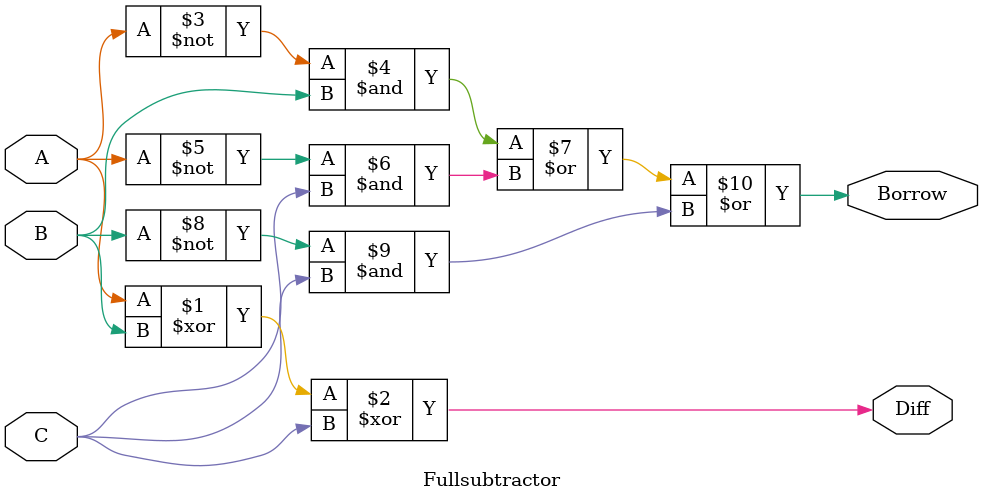
<source format=v>
`timescale 1ns / 1ps

module Fullsubtractor(
    input A,
    input B,
    input C,
    output Diff,
    output Borrow
    );
assign Diff=A^B^C;
assign Borrow=(~A&B)|(~A&C)|(~B&C);


endmodule

</source>
